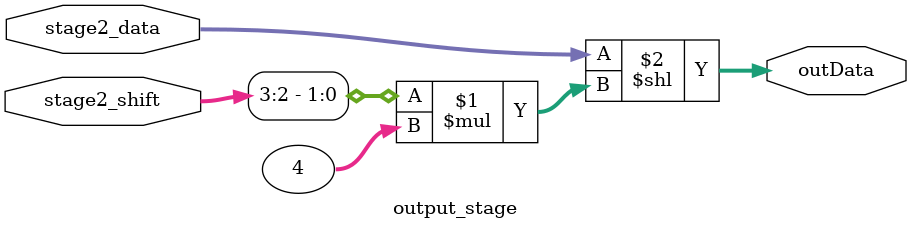
<source format=sv>
module pipelined_barrel_shifter(
    input [15:0] inData,
    input [3:0] shiftAmt,
    input clk,
    input rst,
    output [15:0] outData
);
    // Internal connections
    wire [15:0] stage1_data;
    wire [3:0] stage1_shift;
    wire [15:0] stage2_data;
    wire [3:0] stage2_shift;
    
    // Input stage module
    input_stage input_stage_inst (
        .clk(clk),
        .rst(rst),
        .inData(inData),
        .shiftAmt(shiftAmt),
        .stage1_data(stage1_data),
        .stage1_shift(stage1_shift)
    );
    
    // Middle stage module
    shift_stage1 shift_stage1_inst (
        .clk(clk),
        .rst(rst),
        .stage1_data(stage1_data),
        .stage1_shift(stage1_shift),
        .stage2_data(stage2_data),
        .stage2_shift(stage2_shift)
    );
    
    // Output stage module
    output_stage output_stage_inst (
        .stage2_data(stage2_data),
        .stage2_shift(stage2_shift),
        .outData(outData)
    );
endmodule

module input_stage(
    input clk,
    input rst,
    input [15:0] inData,
    input [3:0] shiftAmt,
    output reg [15:0] stage1_data,
    output reg [3:0] stage1_shift
);
    // First pipeline stage - register inputs
    always @(posedge clk or posedge rst) begin
        if (rst) begin
            stage1_data <= 16'b0;
            stage1_shift <= 4'b0;
        end else begin
            stage1_data <= inData;
            stage1_shift <= shiftAmt;
        end
    end
endmodule

module shift_stage1(
    input clk,
    input rst,
    input [15:0] stage1_data,
    input [3:0] stage1_shift,
    output reg [15:0] stage2_data,
    output reg [3:0] stage2_shift
);
    // Second pipeline stage - perform first shift operation
    always @(posedge clk or posedge rst) begin
        if (rst) begin
            stage2_data <= 16'b0;
            stage2_shift <= 4'b0;
        end else begin
            // Perform shift based on lower 2 bits of shift amount
            stage2_data <= stage1_data << (stage1_shift[1:0]);
            stage2_shift <= stage1_shift;
        end
    end
endmodule

module output_stage(
    input [15:0] stage2_data,
    input [3:0] stage2_shift,
    output [15:0] outData
);
    // Final stage - combinational logic for final shift
    assign outData = stage2_data << (stage2_shift[3:2] * 4);
endmodule
</source>
